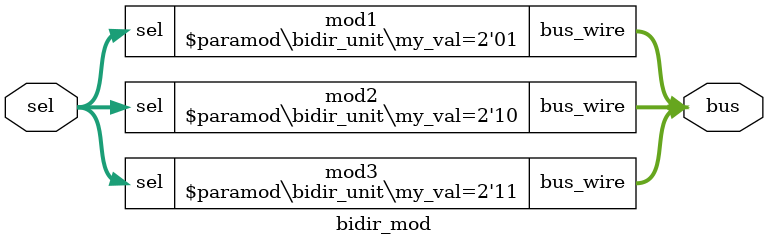
<source format=v>
module bidir_unit #(
    parameter my_val = 2'b0
)(
    input wire [1:0] sel,
    inout wire [1:0] bus_wire
);

    assign bus_wire = (sel == my_val) ? my_val : 2'bZ;

endmodule // bidir_unit

module bidir_mod(
    input [1:0] sel,
    output [1:0] bus
);

 bidir_unit mod1 (
    .sel(sel),
    .bus_wire(bus)
    );

defparam mod1.my_val = 2'b01;

 bidir_unit mod2 (
    .sel(sel),
    .bus_wire(bus)
    );

defparam mod2.my_val = 2'b10;

 bidir_unit mod3 (
    .sel(sel),
    .bus_wire(bus)
    );

defparam mod3.my_val = 2'b11;
endmodule

</source>
